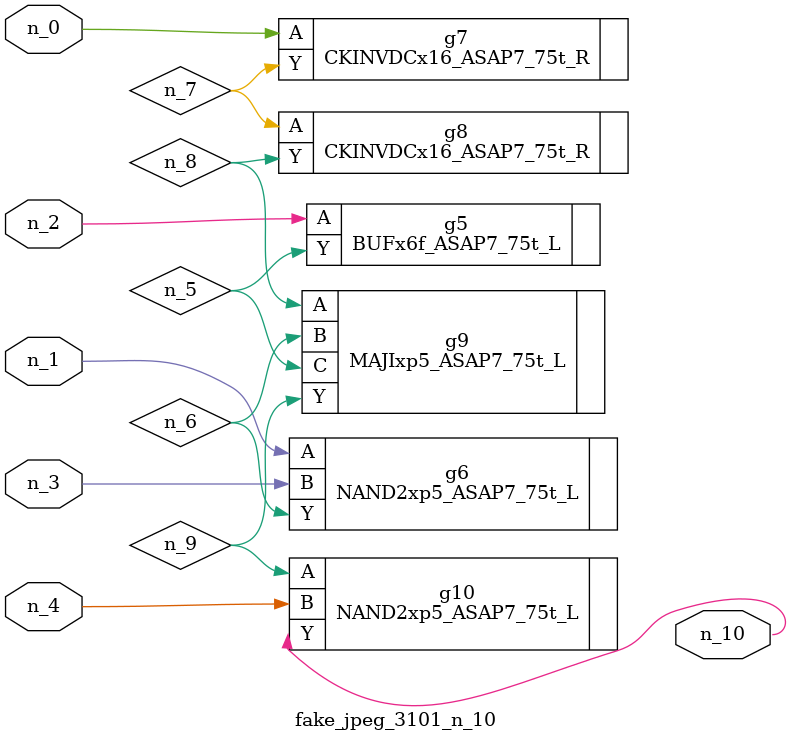
<source format=v>
module fake_jpeg_3101_n_10 (n_3, n_2, n_1, n_0, n_4, n_10);

input n_3;
input n_2;
input n_1;
input n_0;
input n_4;

output n_10;

wire n_8;
wire n_9;
wire n_6;
wire n_5;
wire n_7;

BUFx6f_ASAP7_75t_L g5 ( 
.A(n_2),
.Y(n_5)
);

NAND2xp5_ASAP7_75t_L g6 ( 
.A(n_1),
.B(n_3),
.Y(n_6)
);

CKINVDCx16_ASAP7_75t_R g7 ( 
.A(n_0),
.Y(n_7)
);

CKINVDCx16_ASAP7_75t_R g8 ( 
.A(n_7),
.Y(n_8)
);

MAJIxp5_ASAP7_75t_L g9 ( 
.A(n_8),
.B(n_6),
.C(n_5),
.Y(n_9)
);

NAND2xp5_ASAP7_75t_L g10 ( 
.A(n_9),
.B(n_4),
.Y(n_10)
);


endmodule
</source>
